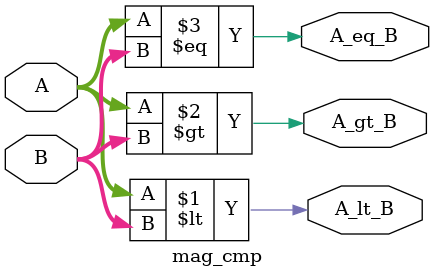
<source format=v>

module mag_cmp(
    // OUTPUTS
    output       A_lt_B
    ,output      A_eq_B
    ,output      A_gt_B

    // INPUTS
    ,input [3:0] A
    ,input [3:0] B
    );
    assign A_lt_B = (A < B);
    assign A_gt_B = (A > B);
    assign A_eq_B = (A == B);
endmodule

</source>
